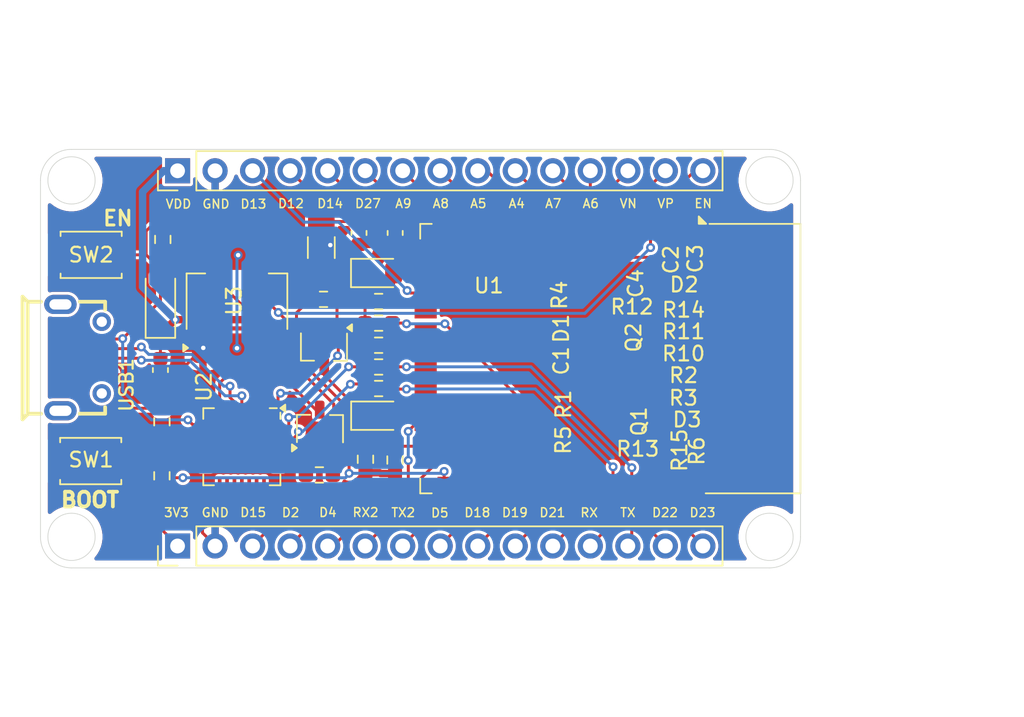
<source format=kicad_pcb>
(kicad_pcb (version 20241229) (generator "pcbnew") (generator_version "9.0")
  (layers (0 "F.Cu" signal) (2 "B.Cu" signal) (13 "F.Paste" user) (15 "B.Paste" user) (5 "F.SilkS" user "F.Silkscreen") (7 "B.SilkS" user "B.Silkscreen") (1 "F.Mask" user) (3 "B.Mask" user) (25 "Edge.Cuts" user))
  (net 0 "")
  (net 1 "GND")
  (net 2 "VDD")
  (net 3 "+3V3")
  (net 4 "/VCC_USB")
  (net 5 "Net-(D2-A)")
  (net 6 "/GPIO2")
  (net 7 "Net-(D3-K)")
  (net 8 "Net-(J1-D+)")
  (net 9 "Net-(J1-D-)")
  (net 10 "/A5")
  (net 11 "/VN")
  (net 12 "/A4")
  (net 13 "/A9")
  (net 14 "/VP")
  (net 15 "/A8")
  (net 16 "/A6")
  (net 17 "/GPIO12")
  (net 18 "/GPIO27")
  (net 19 "/EN")
  (net 20 "/A7")
  (net 21 "/GPIO14")
  (net 22 "/GPIO13")
  (net 23 "/GPIO23")
  (net 24 "/RX0")
  (net 25 "/GPIO15")
  (net 26 "/GPIO4")
  (net 27 "/GPIO21")
  (net 28 "/GPIO18")
  (net 29 "/GPIO19")
  (net 30 "/TX2")
  (net 31 "/GPIO22")
  (net 32 "/RX2")
  (net 33 "/GPIO5")
  (net 34 "/TX0")
  (net 35 "Net-(Q1-B)")
  (net 36 "/RTS")
  (net 37 "/DTR")
  (net 38 "Net-(Q2-B)")
  (net 39 "/GPIO0")
  (net 40 "Net-(U2-~{RST})")
  (net 41 "Net-(U2-TXD)")
  (net 42 "Net-(U2-RXD)")
  (footprint "Capacitor_SMD:C_0603_1608Metric" (layer "F.Cu") (at 130.82 51.47 -90)
    (property "Reference" "C1")
    (property "Value" "10uf")
  )
  (footprint "Package_TO_SOT_SMD:TSOT-23" (layer "F.Cu") (at 141.91 49.89 -90)
    (property "Reference" "Q2")
    (property "Value" "S8050")
  )
  (footprint "Resistor_SMD:R_0603_1608Metric_Pad0.98x0.95mm_HandSolder" (layer "F.Cu") (at 130.92 58.6275 90)
    (property "Reference" "R5")
    (property "Value" "10k")
  )
  (footprint "Resistor_SMD:R_0603_1608Metric_Pad0.98x0.95mm_HandSolder" (layer "F.Cu") (at 145.59 48.29)
    (property "Reference" "R11")
    (property "Value" "10k")
  )
  (footprint "Resistor_SMD:R_0603_1608Metric_Pad0.98x0.95mm_HandSolder" (layer "F.Cu") (at 145.59 52.72 180)
    (property "Reference" "R3")
    (property "Value" "1k")
  )
  (footprint "Resistor_SMD:R_0603_1608Metric_Pad0.98x0.95mm_HandSolder" (layer "F.Cu") (at 145.59 46.83)
    (property "Reference" "R14")
    (property "Value" "1k")
  )
  (footprint "RF_Module:ESP32-WROOM-32D" (layer "F.Cu") (at 158.285 50.695 -90)
    (property "Reference" "U1")
    (property "Value" "ESP32-WROOM-32E")
  )
  (footprint "LED_SMD:LED_0805_2012Metric_Pad1.15x1.40mm_HandSolder" (layer "F.Cu") (at 145.58 44.9)
    (property "Reference" "D2")
    (property "Value" "LED")
  )
  (footprint "Resistor_SMD:R_0603_1608Metric_Pad0.98x0.95mm_HandSolder" (layer "F.Cu") (at 145.59 51.26)
    (property "Reference" "R2")
    (property "Value" "1k")
  )
  (footprint "Package_TO_SOT_SMD:TSOT-23" (layer "F.Cu") (at 141.6 55.46 90)
    (property "Reference" "Q1")
    (property "Value" "S8050")
  )
  (footprint "Resistor_SMD:R_0603_1608Metric_Pad0.98x0.95mm_HandSolder" (layer "F.Cu") (at 130.92 54.9675 -90)
    (property "Reference" "R1")
    (property "Value" "4.7k")
  )
  (footprint "Resistor_SMD:R_0603_1608Metric_Pad0.98x0.95mm_HandSolder" (layer "F.Cu") (at 144.7 57.51 -90)
    (property "Reference" "R15")
    (property "Value" "1k")
  )
  (footprint "Button_Switch_SMD:SW_Push_SPST_NO_Alps_SKRK" (layer "F.Cu") (at 126.13 43.67 180)
    (property "Reference" "SW2")
    (property "Value" "SW_Push")
  )
  (footprint "Connector_PinHeader_2.54mm:PinHeader_1x15_P2.54mm_Vertical" (layer "F.Cu") (at 131.98 63.38 90)
    (property "Reference" "J3" (hide yes))
    (property "Value" "Conn_01x15_Pin")
  )
  (footprint "LED_SMD:LED_0805_2012Metric_Pad1.15x1.40mm_HandSolder" (layer "F.Cu") (at 145.59 54.56)
    (property "Reference" "D3")
    (property "Value" "LED")
  )
  (footprint "Button_Switch_SMD:SW_Push_SPST_NO_Alps_SKRK" (layer "F.Cu") (at 126.1 57.63 180)
    (property "Reference" "SW1")
    (property "Value" "SW_Push")
  )
  (footprint "Resistor_SMD:R_0603_1608Metric_Pad0.98x0.95mm_HandSolder" (layer "F.Cu") (at 141.86 46.68)
    (property "Reference" "R12")
    (property "Value" "10k")
  )
  (footprint "Resistor_SMD:R_0603_1608Metric_Pad0.98x0.95mm_HandSolder" (layer "F.Cu") (at 130.98 42.63 90)
    (property "Reference" "R4")
    (property "Value" "10k")
  )
  (footprint "Resistor_SMD:R_0603_1608Metric_Pad0.98x0.95mm_HandSolder" (layer "F.Cu") (at 146.7 57.56 90)
    (property "Reference" "R6")
    (property "Value" "10k")
  )
  (footprint "Resistor_SMD:R_0603_1608Metric_Pad0.98x0.95mm_HandSolder" (layer "F.Cu") (at 141.58 58.57 180)
    (property "Reference" "R13")
    (property "Value" "10k")
  )
  (footprint "Diode_SMD:D_SOD-123" (layer "F.Cu") (at 130.82 46.93 90)
    (property "Reference" "D1")
    (property "Value" "SS14")
  )
  (footprint "Capacitor_SMD:C_0603_1608Metric" (layer "F.Cu") (at 146.71 42.19 -90)
    (property "Reference" "C3")
    (property "Value" "10nf")
  )
  (footprint "Capacitor_SMD:C_0603_1608Metric" (layer "F.Cu") (at 144.26 42.19 90)
    (property "Reference" "C2")
    (property "Value" "100nf")
  )
  (footprint "MICRO-USB-SMD_MICRO-USB-18" (layer "F.Cu") (at 125.5208 50.6249 -90)
    (property "Reference" "USB1")
    (property "Value" "MICRO-USB-SMD_MICRO-USB-18" (hide yes))
  )
  (footprint "Package_DFN_QFN:QFN-28-1EP_5x5mm_P0.5mm_EP3.35x3.35mm" (layer "F.Cu") (at 136.33 56.66 -90)
    (property "Reference" "U2")
    (property "Value" "CP2102N-Axx-xQFN28")
  )
  (footprint "Package_TO_SOT_SMD:SOT-223-3_TabPin2" (layer "F.Cu") (at 136 46.84 90)
    (property "Reference" "U3")
    (property "Value" "AMS1117-3.3")
  )
  (footprint "Resistor_SMD:R_0603_1608Metric_Pad0.98x0.95mm_HandSolder" (layer "F.Cu") (at 145.59 49.79)
    (property "Reference" "R10")
    (property "Value" "10k")
  )
  (footprint "Connector_PinHeader_2.54mm:PinHeader_1x15_P2.54mm_Vertical" (layer "F.Cu") (at 131.98 37.98 90)
    (property "Reference" "J2" (hide yes))
    (property "Value" "Conn_01x15_Pin")
  )
  (footprint "Capacitor_SMD:C_1206_3216Metric_Pad1.33x1.80mm_HandSolder" (layer "F.Cu") (at 141.71 43.18 90)
    (property "Reference" "C4")
    (property "Value" "100uf/6.3v")
  )
  (gr_line (start 174.15 38.63) (end 174.15 62.76) (stroke (width 0.05)) (layer "Edge.Cuts"))
  (gr_circle (center 124.800001 38.630001) (end 126.400001 38.630001) (stroke (width 0.05)) (fill no) (layer "Edge.Cuts"))
  (gr_circle (center 172.05 38.63) (end 173.65 38.63) (stroke (width 0.05)) (fill no) (layer "Edge.Cuts"))
  (gr_arc (start 172.05 36.53) (mid 173.534924 37.145076) (end 174.15 38.63) (stroke (width 0.05)) (layer "Edge.Cuts"))
  (gr_circle (center 124.800001 62.759999) (end 126.400001 62.759999) (stroke (width 0.05)) (fill no) (layer "Edge.Cuts"))
  (gr_arc (start 124.8 64.86) (mid 123.315076 64.244924) (end 122.7 62.76) (stroke (width 0.05)) (layer "Edge.Cuts"))
  (gr_arc (start 174.15 62.76) (mid 173.534924 64.244924) (end 172.05 64.86) (stroke (width 0.05)) (layer "Edge.Cuts"))
  (gr_line (start 124.8 36.53) (end 172.05 36.53) (stroke (width 0.05)) (layer "Edge.Cuts"))
  (gr_arc (start 122.7 38.63) (mid 123.315076 37.145076) (end 124.8 36.53) (stroke (width 0.05)) (layer "Edge.Cuts"))
  (gr_line (start 172.05 64.86) (end 124.8 64.86) (stroke (width 0.05)) (layer "Edge.Cuts"))
  (gr_line (start 122.7 62.755) (end 122.7 38.625) (stroke (width 0.05)) (layer "Edge.Cuts"))
  (gr_circle (center 172.049999 62.759999) (end 173.649999 62.759999) (stroke (width 0.05)) (fill no) (layer "Edge.Cuts"))
  (gr_text "A8" (at 149.193572 40.55 0) (layer "F.SilkS") (effects (font (size 0.6 0.6) (thickness 0.1)) (justify left bottom)))
  (gr_text "BOOT" (at 123.96 60.84 0) (layer "F.SilkS") (effects (font (size 1 1) (thickness 0.25) (bold yes)) (justify left bottom)))
  (gr_text "D5" (at 149.08 61.49 0) (layer "F.SilkS") (effects (font (size 0.6 0.6) (thickness 0.1)) (justify left bottom)))
  (gr_text "D23" (at 166.58 61.47 0) (layer "F.SilkS") (effects (font (size 0.6 0.6) (thickness 0.1)) (justify left bottom)))
  (gr_text "RX2" (at 143.77 61.46 0) (layer "F.SilkS") (effects (font (size 0.6 0.6) (thickness 0.1)) (justify left bottom)))
  (gr_text "D14" (at 141.37 40.55 0) (layer "F.SilkS") (effects (font (size 0.6 0.6) (thickness 0.1)) (justify left bottom)))
  (gr_text "A7" (at 156.804694 40.55 0) (layer "F.SilkS") (effects (font (size 0.6 0.6) (thickness 0.1)) (justify left bottom)))
  (gr_text "D27" (at 143.93 40.55 0) (layer "F.SilkS") (effects (font (size 0.6 0.6) (thickness 0.1)) (justify left bottom)))
  (gr_text "D22" (at 164.039286 61.47 0) (layer "F.SilkS") (effects (font (size 0.6 0.6) (thickness 0.1)) (justify left bottom)))
  (gr_text "D19" (at 153.876429 61.47 0) (layer "F.SilkS") (effects (font (size 0.6 0.6) (thickness 0.1)) (justify left bottom)))
  (gr_text "GND\n" (at 133.550714 61.47 0) (layer "F.SilkS") (effects (font (size 0.6 0.6) (thickness 0.1)) (justify left bottom)))
  (gr_text "D2\n" (at 138.98 61.47 0) (layer "F.SilkS") (effects (font (size 0.6 0.6) (thickness 0.1)) (justify left bottom)))
  (gr_text "D4" (at 141.5 61.46 0) (layer "F.SilkS") (effects (font (size 0.6 0.6) (thickness 0.1)) (justify left bottom)))
  (gr_text "VDD" (at 131.12 40.58 0) (layer "F.SilkS") (effects (font (size 0.6 0.6) (thickness 0.1)) (justify left bottom)))
  (gr_text "GND\n" (at 133.599899 40.58 0) (layer "F.SilkS") (effects (font (size 0.6 0.6) (thickness 0.1)) (justify left bottom)))
  (gr_text "D13" (at 136.179796 40.58 0) (layer "F.SilkS") (effects (font (size 0.6 0.6) (thickness 0.1)) (justify left bottom)))
  (gr_text "A6" (at 159.341735 40.55 0) (layer "F.SilkS") (effects (font (size 0.6 0.6) (thickness 0.1)) (justify left bottom)))
  (gr_text "D15\n" (at 136.16 61.46 0) (layer "F.SilkS") (effects (font (size 0.6 0.6) (thickness 0.1)) (justify left bottom)))
  (gr_text "TX" (at 161.88 61.47 0) (layer "F.SilkS") (effects (font (size 0.6 0.6) (thickness 0.1)) (justify left bottom)))
  (gr_text "EN" (at 166.91 40.55 0) (layer "F.SilkS") (effects (font (size 0.6 0.6) (thickness 0.1)) (justify left bottom)))
  (gr_text "A4" (at 154.33 40.55 0) (layer "F.SilkS") (effects (font (size 0.6 0.6) (thickness 0.1)) (justify left bottom)))
  (gr_text "A5" (at 151.730612 40.55 0) (layer "F.SilkS") (effects (font (size 0.6 0.6) (thickness 0.1)) (justify left bottom)))
  (gr_text "RX" (at 159.19 61.48 0) (layer "F.SilkS") (effects (font (size 0.6 0.6) (thickness 0.1)) (justify left bottom)))
  (gr_text "VN\n" (at 161.850204 40.55 0) (layer "F.SilkS") (effects (font (size 0.6 0.6) (thickness 0.1)) (justify left bottom)))
  (gr_text "TX2" (at 146.39 61.47 0) (layer "F.SilkS") (effects (font (size 0.6 0.6) (thickness 0.1)) (justify left bottom)))
  (gr_text "3V3\n" (at 131.01 61.47 0) (layer "F.SilkS") (effects (font (size 0.6 0.6) (thickness 0.1)) (justify left bottom)))
  (gr_text "A9" (at 146.656531 40.55 0) (layer "F.SilkS") (effects (font (size 0.6 0.6) (thickness 0.1)) (justify left bottom)))
  (gr_text "D12" (at 138.716836 40.55 0) (layer "F.SilkS") (effects (font (size 0.6 0.6) (thickness 0.1)) (justify left bottom)))
  (gr_text "EN" (at 126.83 41.78 0) (layer "F.SilkS") (effects (font (size 1 1) (thickness 0.2) (bold yes)) (justify left bottom)))
  (gr_text "D21" (at 156.417143 61.47 0) (layer "F.SilkS") (effects (font (size 0.6 0.6) (thickness 0.1)) (justify left bottom)))
  (gr_text "D18" (at 151.335714 61.47 0) (layer "F.SilkS") (effects (font (size 0.6 0.6) (thickness 0.1)) (justify left bottom)))
  (gr_text "VP" (at 164.40153 40.55 0) (layer "F.SilkS") (effects (font (size 0.6 0.6) (thickness 0.1)) (justify left bottom)))
  (segment (start 134.52 63.34) (end 133.67 62.49) (width 0.2) (layer "F.Cu") (net 1))
  (segment (start 146.71 42.965) (end 144.26 42.965) (width 0.2) (layer "F.Cu") (net 1))
  (segment (start 166.535 59.445) (end 166.535 41.945) (width 0.2) (layer "F.Cu") (net 1))
  (segment (start 133.67 62.49) (end 133.67 59.32) (width 0.2) (layer "F.Cu") (net 1))
  (segment (start 124.12 58.53) (end 125.481 57.169) (width 0.2) (layer "F.Cu") (net 1))
  (segment (start 130.82 52.245) (end 131.445 52.245) (width 0.2) (layer "F.Cu") (net 1))
  (segment (start 166.535 43.85) (end 165.355 45.03) (width 0.2) (layer "F.Cu") (net 1))
  (segment (start 141.69 43.64) (end 142.32 43.01) (width 0.2) (layer "F.Cu") (net 1))
  (segment (start 143.4725 59.49) (end 144.49 58.4725) (width 0.2) (layer "F.Cu") (net 1))
  (segment (start 125.481 45.121) (end 124.12 43.76) (width 0.2) (layer "F.Cu") (net 1))
  (segment (start 136.83 54.21) (end 136.83 56.16) (width 0.2) (layer "F.Cu") (net 1))
  (segment (start 126.131 51.97) (end 125.481 52.62) (width 0.2) (layer "F.Cu") (net 1))
  (segment (start 146.71 42.965) (end 146.755 42.965) (width 0.2) (layer "F.Cu") (net 1))
  (segment (start 126.905 51.97) (end 126.131 51.97) (width 0.2) (layer "F.Cu") (net 1))
  (segment (start 130.82 52.245) (end 129.765 52.245) (width 0.2) (layer "F.Cu") (net 1))
  (segment (start 131.445 52.245) (end 133.7 49.99) (width 0.2) (layer "F.Cu") (net 1))
  (segment (start 144.49 58.4725) (end 146.7 58.4725) (width 0.2) (layer "F.Cu") (net 1))
  (segment (start 136.83 54.21) (end 136.83 53.629239) (width 0.2) (layer "F.Cu") (net 1))
  (segment (start 165.355 45.03) (end 148.82 45.03) (width 0.2) (layer "F.Cu") (net 1))
  (segment (start 133.72 49.97) (end 133.7 49.99) (width 0.2) (layer "F.Cu") (net 1))
  (segment (start 125.481 52.62) (end 125.481 45.121) (width 0.2) (layer "F.Cu") (net 1))
  (segment (start 133.67 59.32) (end 136.33 56.66) (width 0.2) (layer "F.Cu") (net 1))
  (segment (start 124.12 43.76) (end 124.12 42.68) (width 0.2) (layer "F.Cu") (net 1))
  (segment (start 137.2 53.259239) (end 137.2 49.13) (width 0.2) (layer "F.Cu") (net 1))
  (segment (start 148.775 44.985) (end 147.445 43.655) (width 0.2) (layer "F.Cu") (net 1))
  (segment (start 135.01 48.68) (end 133.72 49.97) (width 0.2) (layer "F.Cu") (net 1))
  (segment (start 125.481 57.169) (end 125.481 52.62) (width 0.2) (layer "F.Cu") (net 1))
  (segment (start 166.535 41.945) (end 166.535 43.85) (width 0.2) (layer "F.Cu") (net 1))
  (segment (start 129.765 52.245) (end 129.49 51.97) (width 0.2) (layer "F.Cu") (net 1))
  (segment (start 136.83 56.16) (end 136.33 56.66) (width 0.2) (layer "F.Cu") (net 1))
  (segment (start 144.26 42.965) (end 142.365 42.965) (width 0.2) (layer "F.Cu") (net 1))
  (segment (start 148.82 45.03) (end 147.445 43.655) (width 0.2) (layer "F.Cu") (net 1))
  (segment (start 139.16 59.49) (end 143.4725 59.49) (width 0.2) (layer "F.Cu") (net 1))
  (segment (start 129.49 51.97) (end 126.905 51.97) (width 0.2) (layer "F.Cu") (net 1))
  (segment (start 137.2 49.13) (end 136.75 48.68) (width 0.2) (layer "F.Cu") (net 1))
  (segment (start 142.365 42.965) (end 142.32 43.01) (width 0.2) (layer "F.Cu") (net 1))
  (segment (start 146.755 42.965) (end 147.445 43.655) (width 0.2) (layer "F.Cu") (net 1))
  (segment (start 136.75 48.68) (end 135.01 48.68) (width 0.2) (layer "F.Cu") (net 1))
  (segment (start 144.26 44.605) (end 144.555 44.9) (width 0.2) (layer "F.Cu") (net 1))
  (segment (start 136.83 53.629239) (end 137.2 53.259239) (width 0.2) (layer "F.Cu") (net 1))
  (segment (start 144.26 42.965) (end 144.26 44.605) (width 0.2) (layer "F.Cu") (net 1))
  (segment (start 141.69 44.2525) (end 141.69 43.64) (width 0.2) (layer "F.Cu") (net 1))
  (segment (start 136.33 56.66) (end 139.16 59.49) (width 0.2) (layer "F.Cu") (net 1))
  (via (at 142.32 43.01) (size 0.6) (drill 0.3) (layers "F.Cu" "B.Cu") (net 1))
  (via (at 133.72 49.97) (size 0.6) (drill 0.3) (layers "F.Cu" "B.Cu") (net 1))
  (segment (start 134.52 42.54) (end 134.52 37.98) (width 0.2) (layer "B.Cu") (net 1))
  (segment (start 134.05 43.01) (end 142.32 43.01) (width 0.2) (layer "B.Cu") (net 1))
  (segment (start 133.65 49.9) (end 133.65 43.41) (width 0.2) (layer "B.Cu") (net 1))
  (segment (start 133.72 49.97) (end 133.65 49.9) (width 0.2) (layer "B.Cu") (net 1))
  (segment (start 133.65 43.41) (end 134.05 43.01) (width 0.2) (layer "B.Cu") (net 1))
  (segment (start 134.05 43.01) (end 134.52 42.54) (width 0.2) (layer "B.Cu") (net 1))
  (segment (start 130.82 48.58) (end 131.3 48.58) (width 0.2) (layer "F.Cu") (net 2))
  (segment (start 130.82 50.695) (end 130.82 48.58) (width 0.2) (layer "F.Cu") (net 2))
  (segment (start 131.3 48.58) (end 131.82 48.06) (width 0.5) (layer "F.Cu") (net 2))
  (segment (start 131.23 50.48) (end 130.98 50.48) (width 0.2) (layer "F.Cu") (net 2))
  (segment (start 137.37 48.06) (end 131.82 48.06) (width 0.5) (layer "F.Cu") (net 2))
  (segment (start 138.3 48.99) (end 137.37 48.06) (width 0.5) (layer "F.Cu") (net 2))
  (segment (start 138.3 49.99) (end 138.3 48.99) (width 0.2) (layer "F.Cu") (net 2))
  (via (at 131.82 48.06) (size 0.6) (drill 0.3) (layers "F.Cu" "B.Cu") (net 2))
  (segment (start 129.61 39.41) (end 129.61 45.85) (width 0.5) (layer "B.Cu") (net 2))
  (segment (start 131.04 37.98) (end 129.61 39.41) (width 0.5) (layer "B.Cu") (net 2))
  (segment (start 129.61 45.85) (end 131.82 48.06) (width 0.5) (layer "B.Cu") (net 2))
  (segment (start 131.98 37.98) (end 131.04 37.98) (width 0.5) (layer "B.Cu") (net 2))
  (segment (start 136 51.170761) (end 134.83 52.340761) (width 0.2) (layer "F.Cu") (net 3))
  (segment (start 130.92 60.98) (end 128.9 60.98) (width 0.2) (layer "F.Cu") (net 3))
  (segment (start 135.175 54.055) (end 130.92 54.055) (width 0.2) (layer "F.Cu") (net 3))
  (segment (start 146.71 41.415) (end 149.135 43.84) (width 0.2) (layer "F.Cu") (net 3))
  (segment (start 149.135 43.84) (end 164.32 43.84) (width 0.2) (layer "F.Cu") (net 3))
  (segment (start 141.9775 41.415) (end 141.69 41.1275) (width 0.2) (layer "F.Cu") (net 3))
  (segment (start 144.8875 49.79) (end 144.67 49.5725) (width 0.2) (layer "F.Cu") (net 3))
  (segment (start 126.47 58.55) (end 126.47 56.64) (width 0.2) (layer "F.Cu") (net 3))
  (segment (start 136.08 43.69) (end 139.1275 43.69) (width 0.2) (layer "F.Cu") (net 3))
  (segment (start 144.26 41.415) (end 141.9775 41.415) (width 0.2) (layer "F.Cu") (net 3))
  (segment (start 128.9 60.98) (end 126.47 58.55) (width 0.2) (layer "F.Cu") (net 3))
  (segment (start 164.32 43.84) (end 165.265 42.895) (width 0.2) (layer "F.Cu") (net 3))
  (segment (start 126.47 56.64) (end 129.055 54.055) (width 0.2) (layer "F.Cu") (net 3))
  (segment (start 134.83 52.340761) (end 134.83 54.21) (width 0.2) (layer "F.Cu") (net 3))
  (segment (start 136 43.69) (end 136.08 43.69) (width 0.2) (layer "F.Cu") (net 3))
  (segment (start 130.92 62.28) (end 131.98 63.34) (width 0.2) (layer "F.Cu") (net 3))
  (segment (start 140.82484 45.706) (end 139.1275 44.00866) (width 0.2) (layer "F.Cu") (net 3))
  (segment (start 139.1275 43.69) (end 141.69 41.1275) (width 0.2) (layer "F.Cu") (net 3))
  (segment (start 129.055 54.055) (end 130.92 54.055) (width 0.2) (layer "F.Cu") (net 3))
  (segment (start 144.67 46.6225) (end 143.72375 45.67625) (width 0.2) (layer "F.Cu") (net 3))
  (segment (start 144.67 49.5725) (end 144.67 46.6225) (width 0.2) (layer "F.Cu") (net 3))
  (segment (start 139.1275 44.00866) (end 139.1275 43.69) (width 0.2) (layer "F.Cu") (net 3))
  (segment (start 131.1275 43.69) (end 130.98 43.5425) (width 0.2) (layer "F.Cu") (net 3))
  (segment (start 146.71 41.415) (end 144.26 41.415) (width 0.2) (layer "F.Cu") (net 3))
  (segment (start 136 43.69) (end 131.1275 43.69) (width 0.2) (layer "F.Cu") (net 3))
  (segment (start 143.72375 45.67625) (end 143.694 45.706) (width 0.2) (layer "F.Cu") (net 3))
  (segment (start 136 49.99) (end 136 51.170761) (width 0.2) (layer "F.Cu") (net 3))
  (segment (start 143.694 45.706) (end 140.82484 45.706) (width 0.2) (layer "F.Cu") (net 3))
  (segment (start 130.92 59.54) (end 130.92 60.98) (width 0.2) (layer "F.Cu") (net 3))
  (segment (start 165.265 42.895) (end 165.265 41.945) (width 0.2) (layer "F.Cu") (net 3))
  (segment (start 130.92 60.98) (end 130.92 62.28) (width 0.2) (layer "F.Cu") (net 3))
  (via (at 136 49.99) (size 0.6) (drill 0.3) (layers "F.Cu" "B.Cu") (net 3))
  (via (at 136.08 43.69) (size 0.6) (drill 0.3) (layers "F.Cu" "B.Cu") (net 3))
  (segment (start 136.08 43.69) (end 136 43.77) (width 0.2) (layer "B.Cu") (net 3))
  (segment (start 136 43.77) (end 136 49.99) (width 0.2) (layer "B.Cu") (net 3))
  (segment (start 126.905 49.37) (end 128.24 49.37) (width 0.2) (layer "F.Cu") (net 4))
  (segment (start 130.82 46.79) (end 130.82 45.28) (width 0.2) (layer "F.Cu") (net 4))
  (segment (start 128.24 49.37) (end 128.265 49.345) (width 0.2) (layer "F.Cu") (net 4))
  (segment (start 133.88 55.16) (end 133 55.16) (width 0.2) (layer "F.Cu") (net 4))
  (segment (start 128.265 49.345) (end 128.31 49.3) (width 0.2) (layer "F.Cu") (net 4))
  (segment (start 133 55.16) (end 132.68 54.84) (width 0.2) (layer "F.Cu") (net 4))
  (segment (start 128.24 49.37) (end 130.82 46.79) (width 0.2) (layer "F.Cu") (net 4))
  (via (at 132.68 54.84) (size 0.6) (drill 0.3) (layers "F.Cu" "B.Cu") (net 4))
  (via (at 128.265 49.345) (size 0.6) (drill 0.3) (layers "F.Cu" "B.Cu") (net 4))
  (segment (start 128.265 52.895) (end 130.21 54.84) (width 0.2) (layer "B.Cu") (net 4))
  (segment (start 130.21 54.84) (end 132.68 54.84) (width 0.2) (layer "B.Cu") (net 4))
  (segment (start 128.265 49.345) (end 128.265 52.895) (width 0.2) (layer "B.Cu") (net 4))
  (segment (start 146.605 44.9) (end 146.605 46.7325) (width 0.2) (layer "F.Cu") (net 5))
  (segment (start 146.605 46.7325) (end 146.7025 46.83) (width 0.2) (layer "F.Cu") (net 5))
  (segment (start 149.075 56.415) (end 148.775 56.415) (width 0.2) (layer "F.Cu") (net 6))
  (segment (start 148.5625 56.6275) (end 148.775 56.415) (width 0.2) (layer "F.Cu") (net 6))
  (segment (start 149.725 57.065) (end 149.075 56.415) (width 0.2) (layer "F.Cu") (net 6))
  (segment (start 139.6 63.34) (end 142.624 60.316) (width 0.2) (layer "F.Cu") (net 6))
  (segment (start 146.48 54.56) (end 146.16 54.88) (width 0.2) (layer "F.Cu") (net 6))
  (segment (start 146.615 56.5425) (end 146.7 56.6275) (width 0.2) (layer "F.Cu") (net 6))
  (segment (start 146.7 56.6275) (end 148.5625 56.6275) (width 0.2) (layer "F.Cu") (net 6))
  (segment (start 146.944 60.316) (end 149.725 57.535) (width 0.2) (layer "F.Cu") (net 6))
  (segment (start 146.615 54.56) (end 146.48 54.56) (width 0.2) (layer "F.Cu") (net 6))
  (segment (start 146.615 54.56) (end 146.615 56.5425) (width 0.2) (layer "F.Cu") (net 6))
  (segment (start 142.624 60.316) (end 146.944 60.316) (width 0.2) (layer "F.Cu") (net 6))
  (segment (start 149.725 57.535) (end 149.725 57.065) (width 0.2) (layer "F.Cu") (net 6))
  (segment (start 144.49 56.6475) (end 144.49 54.635) (width 0.2) (layer "F.Cu") (net 7))
  (segment (start 144.49 54.635) (end 144.565 54.56) (width 0.2) (layer "F.Cu") (net 7))
  (segment (start 129.4 50.67) (end 129.53 50.8) (width 0.2) (layer "F.Cu") (net 8))
  (segment (start 126.905 50.67) (end 129.4 50.67) (width 0.2) (layer "F.Cu") (net 8))
  (segment (start 136.33 54.21) (end 136.33 53.21) (width 0.2) (layer "F.Cu") (net 8))
  (via (at 136.33 53.21) (size 0.6) (drill 0.3) (layers "F.Cu" "B.Cu") (net 8))
  (via (at 129.53 50.8) (size 0.6) (drill 0.3) (layers "F.Cu" "B.Cu") (net 8))
  (segment (start 129.54 50.81) (end 129.53 50.8) (width 0.2) (layer "B.Cu") (net 8))
  (segment (start 135.194314 53.21) (end 132.794314 50.81) (width 0.2) (layer "B.Cu") (net 8))
  (segment (start 136.33 53.21) (end 135.194314 53.21) (width 0.2) (layer "B.Cu") (net 8))
  (segment (start 132.794314 50.81) (end 129.54 50.81) (width 0.2) (layer "B.Cu") (net 8))
  (segment (start 135.49 52.6) (end 135.53 52.56) (width 0.2) (layer "F.Cu") (net 9))
  (segment (start 135.53 53.329239) (end 135.53 52.56) (width 0.2) (layer "F.Cu") (net 9))
  (segment (start 129.42 50.02) (end 129.53 49.91) (width 0.2) (layer "F.Cu") (net 9))
  (segment (start 135.83 53.629239) (end 135.53 53.329239) (width 0.2) (layer "F.Cu") (net 9))
  (segment (start 135.49 52.67) (end 135.49 52.6) (width 0.2) (layer "F.Cu") (net 9))
  (segment (start 126.905 50.02) (end 129.42 50.02) (width 0.2) (layer "F.Cu") (net 9))
  (segment (start 135.83 54.21) (end 135.83 53.629239) (width 0.2) (layer "F.Cu") (net 9))
  (via (at 135.53 52.56) (size 0.6) (drill 0.3) (layers "F.Cu" "B.Cu") (net 9))
  (via (at 129.53 49.91) (size 0.6) (drill 0.3) (layers "F.Cu" "B.Cu") (net 9))
  (segment (start 135.11 52.56) (end 132.96 50.41) (width 0.2) (layer "B.Cu") (net 9))
  (segment (start 132.96 50.41) (end 130.03 50.41) (width 0.2) (layer "B.Cu") (net 9))
  (segment (start 135.53 52.56) (end 135.11 52.56) (width 0.2) (layer "B.Cu") (net 9))
  (segment (start 130.03 50.41) (end 129.53 49.91) (width 0.2) (layer "B.Cu") (net 9))
  (segment (start 156.375 41.305) (end 156.375 41.945) (width 0.2) (layer "F.Cu") (net 10))
  (segment (start 156.375 41.429) (end 156.375 41.945) (width 0.2) (layer "F.Cu") (net 10))
  (segment (start 152.3 37.98) (end 152.942 37.98) (width 0.2) (layer "F.Cu") (net 10))
  (segment (start 156.375 41.413) (end 156.375 41.945) (width 0.2) (layer "F.Cu") (net 10))
  (segment (start 152.926 37.98) (end 156.375 41.429) (width 0.2) (layer "F.Cu") (net 10))
  (segment (start 152.3 37.98) (end 153.05 37.98) (width 0.2) (layer "F.Cu") (net 10))
  (segment (start 152.3 37.98) (end 152.926 37.98) (width 0.2) (layer "F.Cu") (net 10))
  (segment (start 161.455 38.985) (end 162.46 37.98) (width 0.2) (layer "F.Cu") (net 11))
  (segment (start 161.455 41.945) (end 161.455 38.985) (width 0.2) (layer "F.Cu") (net 11))
  (segment (start 154.84 37.98) (end 157.645 40.785) (width 0.2) (layer "F.Cu") (net 12))
  (segment (start 157.645 41.945) (end 157.645 41.315) (width 0.2) (layer "F.Cu") (net 12))
  (segment (start 157.645 40.785) (end 157.645 41.945) (width 0.2) (layer "F.Cu") (net 12))
  (segment (start 153.835 41.945) (end 153.835 40.765) (width 0.2) (layer "F.Cu") (net 13))
  (segment (start 153.835 40.765) (end 152.7 39.63) (width 0.2) (layer "F.Cu") (net 13))
  (segment (start 148.87 39.63) (end 147.22 37.98) (width 0.2) (layer "F.Cu") (net 13))
  (segment (start 152.7 39.63) (end 148.87 39.63) (width 0.2) (layer "F.Cu") (net 13))
  (segment (start 162.725 40.255) (end 165 37.98) (width 0.2) (layer "F.Cu") (net 14))
  (segment (start 162.725 41.945) (end 162.725 40.255) (width 0.2) (layer "F.Cu") (net 14))
  (segment (start 155.105 41.045) (end 155.105 41.945) (width 0.2) (layer "F.Cu") (net 15))
  (segment (start 149.76 37.98) (end 151.01 39.23) (width 0.2) (layer "F.Cu") (net 15))
  (segment (start 153.29 39.23) (end 155.105 41.045) (width 0.2) (layer "F.Cu") (net 15))
  (segment (start 151.01 39.23) (end 153.29 39.23) (width 0.2) (layer "F.Cu") (net 15))
  (segment (start 159.92 37.98) (end 159.92 41.68) (width 0.2) (layer "F.Cu") (net 16))
  (segment (start 159.92 41.68) (end 160.185 41.945) (width 0.2) (layer "F.Cu") (net 16))
  (segment (start 149.37358 41.945) (end 150.025 41.945) (width 0.2) (layer "F.Cu") (net 17))
  (segment (start 139.6 37.99) (end 142.18 40.57) (width 0.2) (layer "F.Cu") (net 17))
  (segment (start 142.18 40.57) (end 147.99858 40.57) (width 0.2) (layer "F.Cu") (net 17))
  (segment (start 147.99858 40.57) (end 149.37358 41.945) (width 0.2) (layer "F.Cu") (net 17))
  (segment (start 139.6 37.98) (end 139.6 37.99) (width 0.2) (layer "F.Cu") (net 17))
  (segment (start 152.565 40.825) (end 152.565 41.945) (width 0.2) (layer "F.Cu") (net 18))
  (segment (start 148.601371 40.04) (end 151.78 40.04) (width 0.2) (layer "F.Cu") (net 18))
  (segment (start 151.78 40.04) (end 152.565 40.825) (width 0.2) (layer "F.Cu") (net 18))
  (segment (start 148.321371 39.76) (end 148.601371 40.04) (width 0.2) (layer "F.Cu") (net 18))
  (segment (start 146.46 39.76) (end 148.321371 39.76) (width 0.2) (layer "F.Cu") (net 18))
  (segment (start 144.68 37.98) (end 146.46 39.76) (width 0.2) (layer "F.Cu") (net 18))
  (segment (start 129.851866 42.058134) (end 130.1925 41.7175) (width 0.2) (layer "F.Cu") (net 19))
  (segment (start 163.995 43.175) (end 164 43.18) (width 0.2) (layer "F.Cu") (net 19))
  (segment (start 130.1925 41.7175) (end 130.98 41.7175) (width 0.2) (layer "F.Cu") (net 19))
  (segment (start 166.99 37.98) (end 167.54 37.98) (width 0.2) (layer "F.Cu") (net 19))
  (segment (start 163.995 40.975) (end 166.99 37.98) (width 0.2) (layer "F.Cu") (net 19))
  (segment (start 133.799 44.529) (end 136.355 47.085) (width 0.2) (layer "F.Cu") (net 19))
  (segment (start 138.315 47.085) (end 138.8 47.57) (width 0.2) (layer "F.Cu") (net 19))
  (segment (start 129.851866 43.67) (end 129.851866 42.058134) (width 0.2) (layer "F.Cu") (net 19))
  (segment (start 128.23 43.67) (end 129.851866 43.67) (width 0.2) (layer "F.Cu") (net 19))
  (segment (start 163.995 41.945) (end 163.995 43.175) (width 0.2) (layer "F.Cu") (net 19))
  (segment (start 139.6 48.37) (end 138.8 47.57) (width 0.2) (layer "F.Cu") (net 19))
  (segment (start 130.710866 44.529) (end 133.799 44.529) (width 0.2) (layer "F.Cu") (net 19))
  (segment (start 129.851866 43.67) (end 130.710866 44.529) (width 0.2) (layer "F.Cu") (net 19))
  (segment (start 163.995 41.945) (end 163.995 40.975) (width 0.2) (layer "F.Cu") (net 19))
  (segment (start 136.355 47.085) (end 138.315 47.085) (width 0.2) (layer "F.Cu") (net 19))
  (segment (start 139.6 52.42) (end 139.6 48.37) (width 0.2) (layer "F.Cu") (net 19))
  (segment (start 141.6 54.42) (end 139.6 52.42) (width 0.2) (layer "F.Cu") (net 19))
  (via (at 164 43.18) (size 0.6) (drill 0.3) (layers "F.Cu" "B.Cu") (net 19))
  (via (at 138.8 47.57) (size 0.6) (drill 0.3) (layers "F.Cu" "B.Cu") (net 19))
  (segment (start 166.8 37.98) (end 167.01 37.98) (width 0.2) (layer "B.Cu") (net 19))
  (segment (start 164 43.18) (end 159.55 47.63) (width 0.2) (layer "B.Cu") (net 19))
  (segment (start 159.55 47.63) (end 138.86 47.63) (width 0.2) (layer "B.Cu") (net 19))
  (segment (start 138.86 47.63) (end 138.8 47.57) (width 0.2) (layer "B.Cu") (net 19))
  (segment (start 157.38 37.98) (end 158.915 39.515) (width 0.2) (layer "F.Cu") (net 20))
  (segment (start 158.915 39.515) (end 158.915 41.945) (width 0.2) (layer "F.Cu") (net 20))
  (segment (start 148.515685 40.52) (end 150.99 40.52) (width 0.2) (layer "F.Cu") (net 21))
  (segment (start 142.14 37.98) (end 144.33 40.17) (width 0.2) (layer "F.Cu") (net 21))
  (segment (start 148.165685 40.17) (end 148.515685 40.52) (width 0.2) (layer "F.Cu") (net 21))
  (segment (start 150.99 40.52) (end 151.295 40.825) (width 0.2) (layer "F.Cu") (net 21))
  (segment (start 151.295 40.825) (end 151.295 41.945) (width 0.2) (layer "F.Cu") (net 21))
  (segment (start 144.33 40.17) (end 148.165685 40.17) (width 0.2) (layer "F.Cu") (net 21))
  (segment (start 147.52 46.087338) (end 147.687662 46.255) (width 0.2) (layer "F.Cu") (net 22))
  (segment (start 147.687662 46.255) (end 147.52 46.087338) (width 0.2) (layer "F.Cu") (net 22))
  (segment (start 147.687662 46.255) (end 148.775 46.255) (width 0.2) (layer "F.Cu") (net 22))
  (via (at 147.52 46.087338) (size 0.6) (drill 0.3) (layers "F.Cu" "B.Cu") (net 22))
  (segment (start 137.06 37.98) (end 136.53 37.98) (width 0.2) (layer "B.Cu") (net 22))
  (segment (start 137.06 37.98) (end 140.54 41.46) (width 0.2) (layer "B.Cu") (net 22))
  (segment (start 140.54 41.46) (end 142.892662 41.46) (width 0.2) (layer "B.Cu") (net 22))
  (segment (start 142.892662 41.46) (end 147.52 46.087338) (width 0.2) (layer "B.Cu") (net 22))
  (segment (start 165.265 59.445) (end 165.265 61.065) (width 0.2) (layer "F.Cu") (net 23))
  (segment (start 165.265 61.065) (end 167.54 63.34) (width 0.2) (layer "F.Cu") (net 23))
  (segment (start 147.474998 52.76) (end 146.7325 52.76) (width 0.2) (layer "F.Cu") (net 24))
  (segment (start 161.455 58.025) (end 161.46 58.02) (width 0.2) (layer "F.Cu") (net 24))
  (segment (start 161.455 61.805) (end 159.92 63.34) (width 0.2) (layer "F.Cu") (net 24))
  (segment (start 161.455 59.445) (end 161.455 58.025) (width 0.2) (layer "F.Cu") (net 24))
  (segment (start 161.455 59.445) (end 161.455 61.805) (width 0.2) (layer "F.Cu") (net 24))
  (via (at 161.46 58.02) (size 0.6) (drill 0.3) (layers "F.Cu" "B.Cu") (net 24))
  (via (at 147.474998 52.76) (size 0.6) (drill 0.3) (layers "F.Cu" "B.Cu") (net 24))
  (segment (start 147.474998 52.76) (end 147.484998 52.75) (width 0.2) (layer "B.Cu") (net 24))
  (segment (start 147.484998 52.75) (end 156.19 52.75) (width 0.2) (layer "B.Cu") (net 24))
  (segment (start 156.19 52.75) (end 161.46 58.02) (width 0.2) (layer "B.Cu") (net 24))
  (segment (start 148.055 55.145) (end 147.67 55.53) (width 0.2) (layer "F.Cu") (net 25))
  (segment (start 147.67 55.53) (end 147.67 55.546792) (width 0.2) (layer "F.Cu") (net 25))
  (segment (start 147.67 55.546792) (end 147.596111 55.620681) (width 0.2) (layer "F.Cu") (net 25))
  (segment (start 147.6 57.593889) (end 147.596111 57.59) (width 0.2) (layer "F.Cu") (net 25))
  (segment (start 137.06 63.34) (end 140.484 59.916) (width 0.2) (layer "F.Cu") (net 25))
  (segment (start 140.484 59.916) (end 146.524 59.916) (width 0.2) (layer "F.Cu") (net 25))
  (segment (start 146.524 59.916) (end 147.6 58.84) (width 0.2) (layer "F.Cu") (net 25))
  (segment (start 147.6 58.84) (end 147.6 57.593889) (width 0.2) (layer "F.Cu") (net 25))
  (segment (start 148.775 55.145) (end 148.055 55.145) (width 0.2) (layer "F.Cu") (net 25))
  (via (at 147.596111 55.620681) (size 0.6) (drill 0.3) (layers "F.Cu" "B.Cu") (net 25))
  (via (at 147.596111 57.59) (size 0.6) (drill 0.3) (layers "F.Cu" "B.Cu") (net 25))
  (segment (start 147.67 55.69457) (end 147.596111 55.620681) (width 0.2) (layer "B.Cu") (net 25))
  (segment (start 147.72 57.59) (end 147.67 57.54) (width 0.2) (layer "B.Cu") (net 25))
  (segment (start 147.596111 55.620681) (end 147.596111 57.59) (width 0.2) (layer "B.Cu") (net 25))
  (segment (start 151.295 59.445) (end 151.295 60.395) (width 0.2) (layer "F.Cu") (net 26))
  (segment (start 142.56 63.34) (end 142.14 63.34) (width 0.2) (layer "F.Cu") (net 26))
  (segment (start 151.295 60.395) (end 150.974 60.716) (width 0.2) (layer "F.Cu") (net 26))
  (segment (start 150.974 60.716) (end 145.184 60.716) (width 0.2) (layer "F.Cu") (net 26))
  (segment (start 145.184 60.716) (end 142.56 63.34) (width 0.2) (layer "F.Cu") (net 26))
  (segment (start 160.185 60.535) (end 157.38 63.34) (width 0.2) (layer "F.Cu") (net 27))
  (segment (start 160.185 59.445) (end 160.185 60.535) (width 0.2) (layer "F.Cu") (net 27))
  (segment (start 153.55 62.09) (end 152.3 63.34) (width 0.2) (layer "F.Cu") (net 28))
  (segment (start 154.97 62.09) (end 153.55 62.09) (width 0.2) (layer "F.Cu") (net 28))
  (segment (start 156.375 60.685) (end 154.97 62.09) (width 0.2) (layer "F.Cu") (net 28))
  (segment (start 156.375 59.445) (end 156.375 60.685) (width 0.2) (layer "F.Cu") (net 28))
  (segment (start 157.645 59.445) (end 157.645 60.535) (width 0.2) (layer "F.Cu") (net 29))
  (segment (start 157.645 60.535) (end 154.84 63.34) (width 0.2) (layer "F.Cu") (net 29))
  (segment (start 152.713998 61.516002) (end 149.043998 61.516002) (width 0.2) (layer "F.Cu") (net 30))
  (segment (start 153.835 59.445) (end 153.835 60.395) (width 0.2) (layer "F.Cu") (net 30))
  (segment (start 149.043998 61.516002) (end 147.22 63.34) (width 0.2) (layer "F.Cu") (net 30))
  (segment (start 153.835 60.395) (end 152.713998 61.516002) (width 0.2) (layer "F.Cu") (net 30))
  (segment (start 163.995 59.445) (end 163.995 62.335) (width 0.2) (layer "F.Cu") (net 31))
  (segment (start 163.995 62.335) (end 165 63.34) (width 0.2) (layer "F.Cu") (net 31))
  (segment (start 146.903998 61.116002) (end 151.843998 61.116002) (width 0.2) (layer "F.Cu") (net 32))
  (segment (start 152.565 60.395) (end 152.565 59.445) (width 0.2) (layer "F.Cu") (net 32))
  (segment (start 151.843998 61.116002) (end 152.565 60.395) (width 0.2) (layer "F.Cu") (net 32))
  (segment (start 144.68 63.34) (end 146.903998 61.116002) (width 0.2) (layer "F.Cu") (net 32))
  (segment (start 155.105 53.368855) (end 150.074966 48.338821) (width 0.2) (layer "F.Cu") (net 33))
  (segment (start 149.76 63.34) (end 151.18 61.92) (width 0.2) (layer "F.Cu") (net 33))
  (segment (start 147.453244 48.29) (end 147.462022 48.298778) (width 0.2) (layer "F.Cu") (net 33))
  (segment (start 153.08 61.92) (end 155.105 59.895) (width 0.2) (layer "F.Cu") (net 33))
  (segment (start 155.105 59.895) (end 155.105 59.445) (width 0.2) (layer "F.Cu") (net 33))
  (segment (start 147.462022 48.298778) (end 147.476944 48.298778) (width 0.2) (layer "F.Cu") (net 33))
  (segment (start 155.105 59.445) (end 155.105 53.368855) (width 0.2) (layer "F.Cu") (net 33))
  (segment (start 146.7025 48.29) (end 147.453244 48.29) (width 0.2) (layer "F.Cu") (net 33))
  (segment (start 151.18 61.92) (end 153.08 61.92) (width 0.2) (layer "F.Cu") (net 33))
  (via (at 150.074966 48.338821) (size 0.6) (drill 0.3) (layers "F.Cu" "B.Cu") (net 33))
  (via (at 147.476944 48.338821) (size 0.6) (drill 0.3) (layers "F.Cu" "B.Cu") (net 33))
  (segment (start 149.968821 48.338821) (end 150.074966 48.338821) (width 0.2) (layer "B.Cu") (net 33))
  (segment (start 149.93 48.3) (end 149.968821 48.338821) (width 0.2) (layer "B.Cu") (net 33))
  (segment (start 147.476944 48.298778) (end 147.478166 48.3) (width 0.2) (layer "B.Cu") (net 33))
  (segment (start 147.476944 48.338821) (end 150.074966 48.338821) (width 0.2) (layer "B.Cu") (net 33))
  (segment (start 146.7125 49.79) (end 146.7125 51.23) (width 0.2) (layer "F.Cu") (net 34))
  (segment (start 162.725 58.085) (end 162.73 58.08) (width 0.2) (layer "F.Cu") (net 34))
  (segment (start 162.725 63.075) (end 162.46 63.34) (width 0.2) (layer "F.Cu") (net 34))
  (segment (start 146.6925 51.25) (end 147.474998 51.25) (width 0.2) (layer "F.Cu") (net 34))
  (segment (start 162.725 59.445) (end 162.725 58.085) (width 0.2) (layer "F.Cu") (net 34))
  (segment (start 146.7125 51.23) (end 146.6925 51.25) (width 0.2) (layer "F.Cu") (net 34))
  (segment (start 162.725 59.445) (end 162.725 63.075) (width 0.2) (layer "F.Cu") (net 34))
  (via (at 162.73 58.08) (size 0.6) (drill 0.3) (layers "F.Cu" "B.Cu") (net 34))
  (via (at 147.474998 51.25) (size 0.6) (drill 0.3) (layers "F.Cu" "B.Cu") (net 34))
  (segment (start 147.474998 51.25) (end 155.9 51.25) (width 0.2) (layer "B.Cu") (net 34))
  (segment (start 155.9 51.25) (end 162.73 58.08) (width 0.2) (layer "B.Cu") (net 34))
  (segment (start 142.55 53.77) (end 142.55 57.04) (width 0.2) (layer "F.Cu") (net 35))
  (segment (start 140.03 47.5975) (end 140.03 51.25) (width 0.2) (layer "F.Cu") (net 35))
  (segment (start 140.9475 46.68) (end 140.03 47.5975) (width 0.2) (layer "F.Cu") (net 35))
  (segment (start 140.03 51.25) (end 142.55 53.77) (width 0.2) (layer "F.Cu") (net 35))
  (segment (start 140.6675 57.0575) (end 140.65 57.04) (width 0.2) (layer "F.Cu") (net 36))
  (segment (start 140.53 57.16) (end 138.78 57.16) (width 0.2) (layer "F.Cu") (net 36))
  (segment (start 140.6675 58.57) (end 140.6675 57.0575) (width 0.2) (layer "F.Cu") (net 36))
  (segment (start 140.65 57.04) (end 140.53 57.16) (width 0.2) (layer "F.Cu") (net 36))
  (segment (start 138.78 55.16) (end 138.78 53.21) (width 0.2) (layer "F.Cu") (net 37))
  (segment (start 138.78 53.21) (end 138.95 53.04) (width 0.2) (layer "F.Cu") (net 37))
  (segment (start 142.86 50.46) (end 142.81 50.51) (width 0.2) (layer "F.Cu") (net 37))
  (segment (start 142.7725 48.4925) (end 142.86 48.58) (width 0.2) (layer "F.Cu") (net 37))
  (segment (start 142.86 48.58) (end 142.86 50.46) (width 0.2) (layer "F.Cu") (net 37))
  (segment (start 142.7725 46.68) (end 142.7725 48.4925) (width 0.2) (layer "F.Cu") (net 37))
  (via (at 142.81 50.51) (size 0.6) (drill 0.3) (layers "F.Cu" "B.Cu") (net 37))
  (via (at 138.95 53.04) (size 0.6) (drill 0.3) (layers "F.Cu" "B.Cu") (net 37))
  (segment (start 140.28 53.04) (end 142.81 50.51) (width 0.2) (layer "B.Cu") (net 37))
  (segment (start 138.95 53.04) (end 140.28 53.04) (width 0.2) (layer "B.Cu") (net 37))
  (segment (start 141.55101 52.111) (end 141.561 52.111) (width 0.2) (layer "F.Cu") (net 38))
  (segment (start 143.176 53.726) (end 143.176 57.8865) (width 0.2) (layer "F.Cu") (net 38))
  (segment (start 143.176 57.8865) (end 142.4925 58.57) (width 0.2) (layer "F.Cu") (net 38))
  (segment (start 140.96 51.51999) (end 141.55101 52.111) (width 0.2) (layer "F.Cu") (net 38))
  (segment (start 141.561 52.111) (end 143.176 53.726) (width 0.2) (layer "F.Cu") (net 38))
  (segment (start 140.96 48.58) (end 140.96 51.51999) (width 0.2) (layer "F.Cu") (net 38))
  (segment (start 150.025 58.185) (end 150.025 58.33) (width 0.2) (layer "F.Cu") (net 39))
  (segment (start 131.4775 58.76) (end 132.34 58.76) (width 0.2) (layer "F.Cu") (net 39))
  (segment (start 130.92 57.715) (end 130.92 58.2025) (width 0.2) (layer "F.Cu") (net 39))
  (segment (start 143.589998 53.489997) (end 143.589998 58.46) (width 0.2) (layer "F.Cu") (net 39))
  (segment (start 143.48 58.57) (end 143.589998 58.460002) (width 0.2) (layer "F.Cu") (net 39))
  (segment (start 150.025 58.33) (end 150.025 59.445) (width 0.2) (layer "F.Cu") (net 39))
  (segment (start 141.91 51.809999) (end 143.589998 53.489997) (width 0.2) (layer "F.Cu") (net 39))
  (segment (start 143.589998 58.460002) (end 143.589998 58.46) (width 0.2) (layer "F.Cu") (net 39))
  (segment (start 129.135 57.715) (end 130.92 57.715) (width 0.2) (layer "F.Cu") (net 39))
  (segment (start 141.91 51.2) (end 141.91 51.809999) (width 0.2) (layer "F.Cu") (net 39))
  (segment (start 150.02 58.18) (end 150.025 58.185) (width 0.2) (layer "F.Cu") (net 39))
  (segment (start 128.32 58.53) (end 129.135 57.715) (width 0.2) (layer "F.Cu") (net 39))
  (segment (start 130.92 58.2025) (end 131.4775 58.76) (width 0.2) (layer "F.Cu") (net 39))
  (via (at 143.589998 58.46) (size 0.6) (drill 0.3) (layers "F.Cu" "B.Cu") (net 39))
  (via (at 150.025 58.33) (size 0.6) (drill 0.3) (layers "F.Cu" "B.Cu") (net 39))
  (via (at 132.34 58.76) (size 0.6) (drill 0.3) (layers "F.Cu" "B.Cu") (net 39))
  (segment (start 149.895 58.46) (end 143.589998 58.46) (width 0.2) (layer "B.Cu") (net 39))
  (segment (start 132.34 58.76) (end 143.35 58.76) (width 0.2) (layer "B.Cu") (net 39))
  (segment (start 150.025 58.33) (end 149.895 58.46) (width 0.2) (layer "B.Cu") (net 39))
  (segment (start 143.35 58.76) (end 143.589998 58.520002) (width 0.2) (layer "B.Cu") (net 39))
  (segment (start 143.589998 58.520002) (end 143.589998 58.46) (width 0.2) (layer "B.Cu") (net 39))
  (segment (start 131.14 55.66) (end 133.88 55.66) (width 0.2) (layer "F.Cu") (net 40))
  (segment (start 130.92 55.88) (end 131.14 55.66) (width 0.2) (layer "F.Cu") (net 40))
  (segment (start 139.481 55.874798) (end 139.481 55.34112) (width 0.2) (layer "F.Cu") (net 41))
  (segment (start 138.78 56.16) (end 139.195798 56.16) (width 0.2) (layer "F.Cu") (net 41))
  (segment (start 139.509467 55.312653) (end 139.509467 54.68454) (width 0.2) (layer "F.Cu") (net 41))
  (segment (start 139.481 55.34112) (end 139.509467 55.312653) (width 0.2) (layer "F.Cu") (net 41))
  (segment (start 144.8675 51.25) (end 143.56 51.25) (width 0.2) (layer "F.Cu") (net 41))
  (segment (start 139.195798 56.16) (end 139.481 55.874798) (width 0.2) (layer "F.Cu") (net 41))
  (via (at 139.509467 54.68454) (size 0.6) (drill 0.3) (layers "F.Cu" "B.Cu") (net 41))
  (via (at 143.56 51.25) (size 0.6) (drill 0.3) (layers "F.Cu" "B.Cu") (net 41))
  (segment (start 139.5714 54.622607) (end 139.509467 54.68454) (width 0.2) (layer "B.Cu") (net 41))
  (segment (start 140.187393 54.622607) (end 139.5714 54.622607) (width 0.2) (layer "B.Cu") (net 41))
  (segment (start 143.56 51.25) (end 140.187393 54.622607) (width 0.2) (layer "B.Cu") (net 41))
  (segment (start 144.9075 52.76) (end 144.5575 52.41) (width 0.2) (layer "F.Cu") (net 42))
  (segment (start 143.880761 52.41) (end 143.68 52.610761) (width 0.2) (layer "F.Cu") (net 42))
  (segment (start 140.09893 55.639135) (end 140.159467 55.639135) (width 0.2) (layer "F.Cu") (net 42))
  (segment (start 140.09893 55.639135) (end 140.159467 55.639135) (width 0.2) (layer "F.Cu") (net 42))
  (segment (start 143.68 52.610761) (end 143.68 52.43) (width 0.2) (layer "F.Cu") (net 42))
  (segment (start 138.78 56.66) (end 139.262898 56.66) (width 0.2) (layer "F.Cu") (net 42))
  (segment (start 140.159467 55.763431) (end 140.159467 55.639135) (width 0.2) (layer "F.Cu") (net 42))
  (segment (start 139.262898 56.66) (end 140.159467 55.763431) (width 0.2) (layer "F.Cu") (net 42))
  (segment (start 144.5575 52.41) (end 143.880761 52.41) (width 0.2) (layer "F.Cu") (net 42))
  (via (at 143.68 52.43) (size 0.6) (drill 0.3) (layers "F.Cu" "B.Cu") (net 42))
  (via (at 140.159467 55.639135) (size 0.6) (drill 0.3) (layers "F.Cu" "B.Cu") (net 42))
  (segment (start 143.65 52.43) (end 143.68 52.43) (width 0.2) (layer "B.Cu") (net 42))
  (segment (start 140.159467 55.639135) (end 140.440865 55.639135) (width 0.2) (layer "B.Cu") (net 42))
  (segment (start 140.440865 55.639135) (end 143.65 52.43) (width 0.2) (layer "B.Cu") (net 42))
  (zone (net 1) (net_name "GND") (layers "F.Cu" "B.Cu") (connect_pads (clearance 0)) (min_thickness 0.25) (fill yes (thermal_gap 0.5) (thermal_bridge_width 0.5))
    (polygon (pts (xy 121.03 34.2) (xy 177.63 34.2) (xy 177.63 66.8) (xy 176.7 67.73) (xy 120.1 67.73) (xy 119.96 67.59) (xy 119.96 35.27)))
  )
)
</source>
